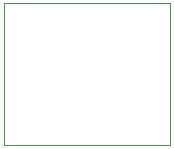
<source format=gbr>
%TF.GenerationSoftware,KiCad,Pcbnew,9.0.5+1*%
%TF.CreationDate,2025-11-07T10:47:30+01:00*%
%TF.ProjectId,ts17-tropic01-mini,74733137-2d74-4726-9f70-696330312d6d,rev?*%
%TF.SameCoordinates,Original*%
%TF.FileFunction,Profile,NP*%
%FSLAX46Y46*%
G04 Gerber Fmt 4.6, Leading zero omitted, Abs format (unit mm)*
G04 Created by KiCad (PCBNEW 9.0.5+1) date 2025-11-07 10:47:30*
%MOMM*%
%LPD*%
G01*
G04 APERTURE LIST*
%TA.AperFunction,Profile*%
%ADD10C,0.050000*%
%TD*%
G04 APERTURE END LIST*
D10*
X130000000Y-102000000D02*
X130000000Y-90000000D01*
X144000000Y-102000000D02*
X130000000Y-102000000D01*
X130000000Y-90000000D02*
X144000000Y-90000000D01*
X144000000Y-90000000D02*
X144000000Y-102000000D01*
M02*

</source>
